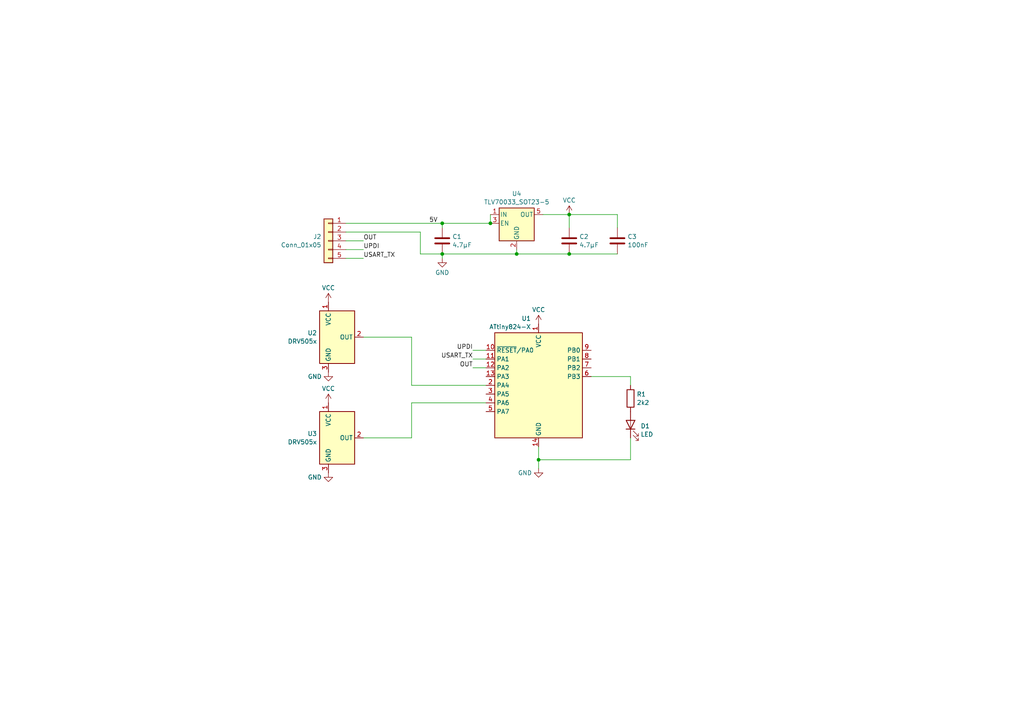
<source format=kicad_sch>
(kicad_sch (version 20230121) (generator eeschema)
  (paper "A4")
  (title_block (title "Directional pedal assist sensor") (date "2023-08-05") (rev "1") (company "Petteri Aimonen"))
  (lib_symbols
    (symbol "Connector_Generic:Conn_01x05" (pin_names (offset 1.016) hide)
      (property "Reference" "J" (at 0 7.62 0))
      (property "Value" "Conn_01x05" (at 0 -7.62 0))
      (symbol "Conn_01x05_1_1"
        (rectangle (start -1.27 -4.953) (end 0 -5.207) (stroke (width 0.1524)))
        (rectangle (start -1.27 -2.413) (end 0 -2.667) (stroke (width 0.1524)))
        (rectangle (start -1.27 0.127) (end 0 -0.127) (stroke (width 0.1524)))
        (rectangle (start -1.27 2.667) (end 0 2.413) (stroke (width 0.1524)))
        (rectangle (start -1.27 5.207) (end 0 4.953) (stroke (width 0.1524)))
        (rectangle (start -1.27 6.35) (end 1.27 -6.35) (stroke (width 0.254)) (fill (type background)))
        (pin passive line (at -5.08 5.08 0) (length 3.81) (name "Pin_1") (number "1"))
        (pin passive line (at -5.08 2.54 0) (length 3.81) (name "Pin_2") (number "2"))
        (pin passive line (at -5.08 0 0) (length 3.81) (name "Pin_3") (number "3"))
        (pin passive line (at -5.08 -2.54 0) (length 3.81) (name "Pin_4") (number "4"))
        (pin passive line (at -5.08 -5.08 0) (length 3.81) (name "Pin_5") (number "5"))
      )
    )
    (symbol "Device:C" (pin_numbers hide) (pin_names (offset 0.254))
      (property "Reference" "C" (at 0.635 2.54 0))
      (property "Value" "C" (at 0.635 -2.54 0))
      (symbol "C_0_1"
        (polyline (pts (xy -2.032 -0.762) (xy 2.032 -0.762)) (stroke (width 0.508)))
        (polyline (pts (xy -2.032 0.762) (xy 2.032 0.762)) (stroke (width 0.508)))
      )
      (symbol "C_1_1"
        (pin passive line (at 0 3.81 270) (length 2.794) (name "~") (number "1"))
        (pin passive line (at 0 -3.81 90) (length 2.794) (name "~") (number "2"))
      )
    )
    (symbol "Device:LED" (pin_numbers hide) (pin_names (offset 1.016) hide)
      (property "Reference" "D" (at 0 2.54 0))
      (property "Value" "LED" (at 0 -2.54 0))
      (symbol "LED_0_1"
        (polyline (pts (xy -1.27 -1.27) (xy -1.27 1.27)) (stroke (width 0.254)))
        (polyline (pts (xy -1.27 0) (xy 1.27 0)))
        (polyline (pts (xy 1.27 -1.27) (xy 1.27 1.27) (xy -1.27 0) (xy 1.27 -1.27)) (stroke (width 0.254)))
        (polyline (pts (xy -3.048 -0.762) (xy -4.572 -2.286) (xy -3.81 -2.286) (xy -4.572 -2.286) (xy -4.572 -1.524)))
        (polyline (pts (xy -1.778 -0.762) (xy -3.302 -2.286) (xy -2.54 -2.286) (xy -3.302 -2.286) (xy -3.302 -1.524)))
      )
      (symbol "LED_1_1"
        (pin passive line (at -3.81 0 0) (length 2.54) (name "K") (number "1"))
        (pin passive line (at 3.81 0 180) (length 2.54) (name "A") (number "2"))
      )
    )
    (symbol "Device:R" (pin_numbers hide) (pin_names (offset 0))
      (property "Reference" "R" (at 2.032 0 90))
      (property "Value" "R" (at 0 0 90))
      (symbol "R_0_1"
        (rectangle (start -1.016 -2.54) (end 1.016 2.54) (stroke (width 0.254)))
      )
      (symbol "R_1_1"
        (pin passive line (at 0 3.81 270) (length 1.27) (name "~") (number "1"))
        (pin passive line (at 0 -3.81 90) (length 1.27) (name "~") (number "2"))
      )
    )
    (symbol "MCU_Microchip_ATtiny:ATtiny824-X"
      (property "Reference" "U" (at -12.7 16.51 0))
      (property "Value" "ATtiny824-X" (at 2.54 -16.51 0))
      (symbol "ATtiny824-X_0_1"
        (rectangle (start -12.7 -15.24) (end 12.7 15.24) (stroke (width 0.254)) (fill (type background)))
      )
      (symbol "ATtiny824-X_1_1"
        (pin power_in line (at 0 17.78 270) (length 2.54) (name "VCC") (number "1"))
        (pin bidirectional line (at 15.24 10.16 180) (length 2.54) (name "~{RESET}/PA0") (number "10"))
        (pin bidirectional line (at 15.24 7.62 180) (length 2.54) (name "PA1") (number "11"))
        (pin bidirectional line (at 15.24 5.08 180) (length 2.54) (name "PA2") (number "12"))
        (pin bidirectional line (at 15.24 2.54 180) (length 2.54) (name "PA3") (number "13"))
        (pin power_in line (at 0 -17.78 90) (length 2.54) (name "GND") (number "14"))
        (pin bidirectional line (at 15.24 0 180) (length 2.54) (name "PA4") (number "2"))
        (pin bidirectional line (at 15.24 -2.54 180) (length 2.54) (name "PA5") (number "3"))
        (pin bidirectional line (at 15.24 -5.08 180) (length 2.54) (name "PA6") (number "4"))
        (pin bidirectional line (at 15.24 -7.62 180) (length 2.54) (name "PA7") (number "5"))
        (pin bidirectional line (at -15.24 2.54 0) (length 2.54) (name "PB3") (number "6"))
        (pin bidirectional line (at -15.24 5.08 0) (length 2.54) (name "PB2") (number "7"))
        (pin bidirectional line (at -15.24 7.62 0) (length 2.54) (name "PB1") (number "8"))
        (pin bidirectional line (at -15.24 10.16 0) (length 2.54) (name "PB0") (number "9"))
      )
    )
    (symbol "Regulator_Linear:TLV70033_SOT23-5" (pin_names (offset 0.254))
      (property "Reference" "U" (at -3.81 5.715 0))
      (property "Value" "TLV70033_SOT23-5" (at 0 5.715 0))
      (symbol "TLV70033_SOT23-5_0_1"
        (rectangle (start -5.08 4.445) (end 5.08 -5.08) (stroke (width 0.254)) (fill (type background)))
      )
      (symbol "TLV70033_SOT23-5_1_1"
        (pin power_in line (at -7.62 2.54 0) (length 2.54) (name "IN") (number "1"))
        (pin power_in line (at 0 -7.62 90) (length 2.54) (name "GND") (number "2"))
        (pin input line (at -7.62 0 0) (length 2.54) (name "EN") (number "3"))
        (pin no_connect line (at 5.08 0 180) (length 2.54) hide (name "NC") (number "4"))
        (pin power_out line (at 7.62 2.54 180) (length 2.54) (name "OUT") (number "5"))
      )
    )
    (symbol "Sensor_Magnetic:DRV5055A1xDBZxQ1"
      (property "Reference" "U" (at 2.54 12.7 0))
      (property "Value" "DRV5055A1xDBZxQ1" (at 2.54 10.16 0))
      (symbol "DRV5055A1xDBZxQ1_1_1"
        (rectangle (start -5.08 7.62) (end 5.08 -7.62) (stroke (width 0.254)) (fill (type background)))
        (pin power_in line (at -2.54 10.16 270) (length 2.54) (name "VCC") (number "1"))
        (pin output line (at 7.62 0 180) (length 2.54) (name "OUT") (number "2"))
        (pin power_in line (at -2.54 -10.16 90) (length 2.54) (name "GND") (number "3"))
      )
    )
    (symbol "power:GND" (power) (pin_names (offset 0))
      (property "Value" "GND" (at 0 -3.81 0))
      (symbol "GND_0_1"
        (polyline (pts (xy 0 0) (xy 0 -1.27) (xy 1.27 -1.27) (xy 0 -2.54) (xy -1.27 -1.27) (xy 0 -1.27)))
      )
      (symbol "GND_1_1"
        (pin power_in line (at 0 0 270) (length 0) hide (name "GND") (number "1"))
      )
    )
    (symbol "power:VCC" (power) (pin_names (offset 0))
      (property "Value" "VCC" (at 0 3.81 0))
      (symbol "VCC_0_1"
        (polyline (pts (xy -0.762 1.27) (xy 0 2.54)))
        (polyline (pts (xy 0 0) (xy 0 2.54)))
        (polyline (pts (xy 0 2.54) (xy 0.762 1.27)))
      )
      (symbol "VCC_1_1"
        (pin power_in line (at 0 0 90) (length 0) hide (name "VCC") (number "1"))
      )
    )
  )
  (junction (at 128.27 64.77))
  (junction (at 165.1 62.23))
  (junction (at 128.27 73.66))
  (junction (at 165.1 73.66))
  (junction (at 149.86 73.66))
  (junction (at 142.24 64.77))
  (junction (at 156.21 133.35))
  (wire (pts (xy 137.16 106.68) (xy 140.97 106.68)))
  (wire (pts (xy 100.33 74.93) (xy 105.41 74.93)))
  (wire (pts (xy 182.88 109.22) (xy 182.88 111.76)))
  (wire (pts (xy 157.48 62.23) (xy 165.1 62.23)))
  (wire (pts (xy 179.07 62.23) (xy 165.1 62.23)))
  (wire (pts (xy 119.38 116.84) (xy 119.38 127)))
  (wire (pts (xy 128.27 64.77) (xy 128.27 66.04)))
  (wire (pts (xy 119.38 111.76) (xy 140.97 111.76)))
  (wire (pts (xy 156.21 133.35) (xy 182.88 133.35)))
  (wire (pts (xy 100.33 72.39) (xy 105.41 72.39)))
  (wire (pts (xy 119.38 127) (xy 105.41 127)))
  (wire (pts (xy 121.92 73.66) (xy 128.27 73.66)))
  (wire (pts (xy 165.1 73.66) (xy 179.07 73.66)))
  (wire (pts (xy 121.92 67.31) (xy 121.92 73.66)))
  (wire (pts (xy 140.97 116.84) (xy 119.38 116.84)))
  (wire (pts (xy 156.21 129.54) (xy 156.21 133.35)))
  (wire (pts (xy 119.38 97.79) (xy 119.38 111.76)))
  (wire (pts (xy 100.33 67.31) (xy 121.92 67.31)))
  (wire (pts (xy 171.45 109.22) (xy 182.88 109.22)))
  (wire (pts (xy 156.21 133.35) (xy 156.21 135.89)))
  (wire (pts (xy 179.07 66.04) (xy 179.07 62.23)))
  (wire (pts (xy 149.86 73.66) (xy 165.1 73.66)))
  (wire (pts (xy 100.33 64.77) (xy 128.27 64.77)))
  (wire (pts (xy 105.41 97.79) (xy 119.38 97.79)))
  (wire (pts (xy 128.27 73.66) (xy 128.27 74.93)))
  (wire (pts (xy 137.16 101.6) (xy 140.97 101.6)))
  (wire (pts (xy 100.33 69.85) (xy 105.41 69.85)))
  (wire (pts (xy 128.27 73.66) (xy 149.86 73.66)))
  (wire (pts (xy 182.88 133.35) (xy 182.88 127)))
  (wire (pts (xy 149.86 72.39) (xy 149.86 73.66)))
  (wire (pts (xy 137.16 104.14) (xy 140.97 104.14)))
  (wire (pts (xy 128.27 64.77) (xy 142.24 64.77)))
  (wire (pts (xy 142.24 62.23) (xy 142.24 64.77)))
  (wire (pts (xy 165.1 62.23) (xy 165.1 66.04)))
  (label "5V" (at 124.46 64.77 0))
  (label "USART_TX" (at 137.16 104.14 180))
  (label "OUT" (at 105.41 69.85 0))
  (label "OUT" (at 137.16 106.68 180))
  (label "UPDI" (at 137.16 101.6 180))
  (label "UPDI" (at 105.41 72.39 0))
  (label "USART_TX" (at 105.41 74.93 0))
  (symbol (lib_id "Regulator_Linear:TLV70033_SOT23-5") (at 149.86 64.77 0) (unit 1)
    (property "Reference" "U4" (at 149.86 56.1807 0))
    (property "Value" "TLV70033_SOT23-5" (at 149.86 58.6049 0))
    (property "Footprint" "Package_TO_SOT_SMD:SOT-23-5" (effects hide))
    (property "Datasheet" "http://www.ti.com/lit/ds/symlink/tlv700.pdf" (effects hide))
  )
  (symbol (lib_id "power:VCC") (at 156.21 93.98 0) (unit 1)
    (property "Reference" "#PWR06" (effects hide))
    (property "Value" "VCC" (at 156.21 89.8469 0))
  )
  (symbol (lib_id "Sensor_Magnetic:DRV5055A1xDBZxQ1") (at 97.79 97.79 0) (unit 1)
    (property "Reference" "U2" (at 91.948 96.5779 0) (effects (justify right)))
    (property "Value" "DRV505x" (at 91.948 99.0021 0) (effects (justify right)))
    (property "Footprint" "Package_TO_SOT_SMD:SOT-23" (effects hide))
    (property "Datasheet" "https://www.ti.com/lit/ds/symlink/drv5055-q1.pdf" (effects hide))
  )
  (symbol (lib_id "power:VCC") (at 95.25 87.63 0) (unit 1)
    (property "Reference" "#PWR02" (effects hide))
    (property "Value" "VCC" (at 95.25 83.4969 0))
  )
  (symbol (lib_id "power:GND") (at 95.25 107.95 0) (unit 1)
    (property "Reference" "#PWR03" (effects hide))
    (property "Value" "GND" (at 93.3451 109.22 0) (effects (justify right)))
  )
  (symbol (lib_id "MCU_Microchip_ATtiny:ATtiny824-X") (at 156.21 111.76 0) (mirror y) (unit 1)
    (property "Reference" "U1" (at 154.0159 92.3757 0) (effects (justify left)))
    (property "Value" "ATtiny824-X" (at 154.0159 94.7999 0) (effects (justify left)))
    (property "Footprint" "Package_SO:TSSOP-14_4.4x5mm_P0.65mm" (effects hide))
    (property "Datasheet" "https://ww1.microchip.com/downloads/en/DeviceDoc/ATtiny424-426-427-824-826-827-DataSheet-DS40002311A.pdf" (effects hide))
  )
  (symbol (lib_id "Device:C") (at 165.1 69.85 0) (unit 1)
    (property "Reference" "C2" (at 168.021 68.6379 0) (effects (justify left)))
    (property "Value" "4.7µF" (at 168.021 71.0621 0) (effects (justify left)))
    (property "Footprint" "Capacitor_SMD:C_0603_1608Metric" (effects hide))
  )
  (symbol (lib_id "power:GND") (at 128.27 74.93 0) (unit 1)
    (property "Reference" "#PWR07" (effects hide))
    (property "Value" "GND" (at 128.27 79.0631 0))
  )
  (symbol (lib_id "Device:C") (at 128.27 69.85 0) (unit 1)
    (property "Reference" "C1" (at 131.191 68.6379 0) (effects (justify left)))
    (property "Value" "4.7µF" (at 131.191 71.0621 0) (effects (justify left)))
    (property "Footprint" "Capacitor_SMD:C_0603_1608Metric" (effects hide))
  )
  (symbol (lib_id "power:VCC") (at 95.25 116.84 0) (unit 1)
    (property "Reference" "#PWR01" (effects hide))
    (property "Value" "VCC" (at 95.25 112.7069 0))
  )
  (symbol (lib_id "Connector_Generic:Conn_01x05") (at 95.25 69.85 0) (mirror y) (unit 1)
    (property "Reference" "J2" (at 93.218 68.6379 0) (effects (justify left)))
    (property "Value" "Conn_01x05" (at 93.218 71.0621 0) (effects (justify left)))
    (property "Footprint" "Connector_PinHeader_2.54mm:PinHeader_1x05_P2.54mm_Vertical" (effects hide))
  )
  (symbol (lib_id "Device:C") (at 179.07 69.85 0) (unit 1)
    (property "Reference" "C3" (at 181.991 68.6379 0) (effects (justify left)))
    (property "Value" "100nF" (at 181.991 71.0621 0) (effects (justify left)))
    (property "Footprint" "Capacitor_SMD:C_0603_1608Metric" (effects hide))
  )
  (symbol (lib_id "power:GND") (at 95.25 137.16 0) (unit 1)
    (property "Reference" "#PWR04" (effects hide))
    (property "Value" "GND" (at 93.3451 138.43 0) (effects (justify right)))
  )
  (symbol (lib_id "Device:LED") (at 182.88 123.19 90) (unit 1)
    (property "Reference" "D1" (at 185.801 123.5654 90) (effects (justify right)))
    (property "Value" "LED" (at 185.801 125.9896 90) (effects (justify right)))
    (property "Footprint" "Diode_SMD:D_0603_1608Metric" (effects hide))
  )
  (symbol (lib_id "power:VCC") (at 165.1 62.23 0) (unit 1)
    (property "Reference" "#PWR08" (effects hide))
    (property "Value" "VCC" (at 165.1 58.0969 0))
  )
  (symbol (lib_id "power:GND") (at 156.21 135.89 0) (unit 1)
    (property "Reference" "#PWR05" (effects hide))
    (property "Value" "GND" (at 154.3051 137.16 0) (effects (justify right)))
  )
  (symbol (lib_id "Sensor_Magnetic:DRV5055A1xDBZxQ1") (at 97.79 127 0) (unit 1)
    (property "Reference" "U3" (at 91.948 125.7879 0) (effects (justify right)))
    (property "Value" "DRV505x" (at 91.948 128.2121 0) (effects (justify right)))
    (property "Footprint" "Package_TO_SOT_SMD:SOT-23" (effects hide))
    (property "Datasheet" "https://www.ti.com/lit/ds/symlink/drv5055-q1.pdf" (effects hide))
  )
  (symbol (lib_id "Device:R") (at 182.88 115.57 0) (unit 1)
    (property "Reference" "R1" (at 184.658 114.3579 0) (effects (justify left)))
    (property "Value" "2k2" (at 184.658 116.7821 0) (effects (justify left)))
    (property "Footprint" "Resistor_SMD:R_0603_1608Metric" (effects hide))
  )
)
</source>
